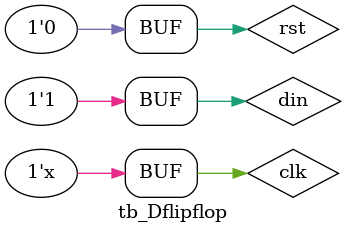
<source format=v>
`timescale 1ns / 1ps


module tb_Dflipflop;
    reg din, clk, rst;
    
    Dflipflop dff(din, clk, rst, q);
    
    always #100 clk=~clk;
    
    initial begin        
        din = 0; clk = 0; rst = 0;
        #150 din = 1;
        #240 rst = 1;
        #320 rst = 0;
        #390 din = 1;        
    end

endmodule

</source>
